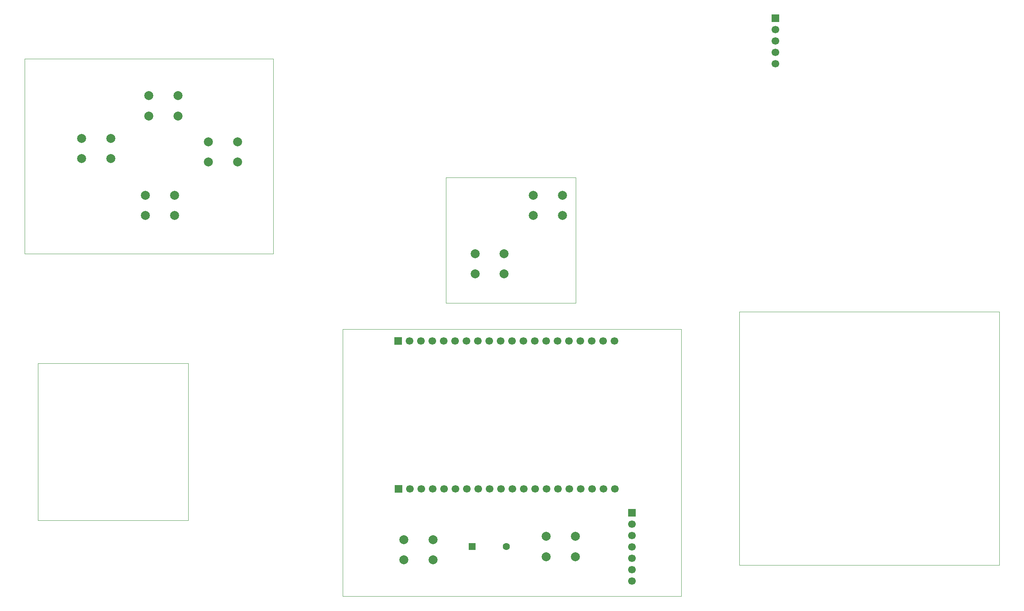
<source format=gbr>
%TF.GenerationSoftware,KiCad,Pcbnew,9.0.1*%
%TF.CreationDate,2025-04-24T14:02:35-07:00*%
%TF.ProjectId,Capstone_1,43617073-746f-46e6-955f-312e6b696361,rev?*%
%TF.SameCoordinates,Original*%
%TF.FileFunction,Copper,L2,Bot*%
%TF.FilePolarity,Positive*%
%FSLAX46Y46*%
G04 Gerber Fmt 4.6, Leading zero omitted, Abs format (unit mm)*
G04 Created by KiCad (PCBNEW 9.0.1) date 2025-04-24 14:02:35*
%MOMM*%
%LPD*%
G01*
G04 APERTURE LIST*
G04 Aperture macros list*
%AMRoundRect*
0 Rectangle with rounded corners*
0 $1 Rounding radius*
0 $2 $3 $4 $5 $6 $7 $8 $9 X,Y pos of 4 corners*
0 Add a 4 corners polygon primitive as box body*
4,1,4,$2,$3,$4,$5,$6,$7,$8,$9,$2,$3,0*
0 Add four circle primitives for the rounded corners*
1,1,$1+$1,$2,$3*
1,1,$1+$1,$4,$5*
1,1,$1+$1,$6,$7*
1,1,$1+$1,$8,$9*
0 Add four rect primitives between the rounded corners*
20,1,$1+$1,$2,$3,$4,$5,0*
20,1,$1+$1,$4,$5,$6,$7,0*
20,1,$1+$1,$6,$7,$8,$9,0*
20,1,$1+$1,$8,$9,$2,$3,0*%
G04 Aperture macros list end*
%TA.AperFunction,ComponentPad*%
%ADD10R,1.700000X1.700000*%
%TD*%
%TA.AperFunction,ComponentPad*%
%ADD11C,1.700000*%
%TD*%
%TA.AperFunction,ComponentPad*%
%ADD12C,2.000000*%
%TD*%
%TA.AperFunction,ComponentPad*%
%ADD13RoundRect,0.250000X-0.550000X-0.550000X0.550000X-0.550000X0.550000X0.550000X-0.550000X0.550000X0*%
%TD*%
%TA.AperFunction,ComponentPad*%
%ADD14C,1.600000*%
%TD*%
%TA.AperFunction,ViaPad*%
%ADD15C,0.600000*%
%TD*%
%TA.AperFunction,Profile*%
%ADD16C,0.050000*%
%TD*%
G04 APERTURE END LIST*
D10*
%TO.P,J4,1,Pin_1*%
%TO.N,unconnected-(J4-Pin_1-Pad1)*%
X133940000Y-135000000D03*
D11*
%TO.P,J4,2,Pin_2*%
%TO.N,unconnected-(J4-Pin_2-Pad2)*%
X136480000Y-135000000D03*
%TO.P,J4,3,Pin_3*%
%TO.N,unconnected-(J4-Pin_3-Pad3)*%
X139020000Y-135000000D03*
%TO.P,J4,4,Pin_4*%
%TO.N,unconnected-(J4-Pin_4-Pad4)*%
X141560000Y-135000000D03*
%TO.P,J4,5,Pin_5*%
%TO.N,unconnected-(J4-Pin_5-Pad5)*%
X144100000Y-135000000D03*
%TO.P,J4,6,Pin_6*%
%TO.N,unconnected-(J4-Pin_6-Pad6)*%
X146640000Y-135000000D03*
%TO.P,J4,7,Pin_7*%
%TO.N,unconnected-(J4-Pin_7-Pad7)*%
X149180000Y-135000000D03*
%TO.P,J4,8,Pin_8*%
%TO.N,unconnected-(J4-Pin_8-Pad8)*%
X151720000Y-135000000D03*
%TO.P,J4,9,Pin_9*%
%TO.N,unconnected-(J4-Pin_9-Pad9)*%
X154260000Y-135000000D03*
%TO.P,J4,10,Pin_10*%
%TO.N,unconnected-(J4-Pin_10-Pad10)*%
X156800000Y-135000000D03*
%TO.P,J4,11,Pin_11*%
%TO.N,unconnected-(J4-Pin_11-Pad11)*%
X159340000Y-135000000D03*
%TO.P,J4,12,Pin_12*%
%TO.N,unconnected-(J4-Pin_12-Pad12)*%
X161880000Y-135000000D03*
%TO.P,J4,13,Pin_13*%
%TO.N,unconnected-(J4-Pin_13-Pad13)*%
X164420000Y-135000000D03*
%TO.P,J4,14,Pin_14*%
%TO.N,unconnected-(J4-Pin_14-Pad14)*%
X166960000Y-135000000D03*
%TO.P,J4,15,Pin_15*%
%TO.N,unconnected-(J4-Pin_15-Pad15)*%
X169500000Y-135000000D03*
%TO.P,J4,16,Pin_16*%
%TO.N,unconnected-(J4-Pin_16-Pad16)*%
X172040000Y-135000000D03*
%TO.P,J4,17,Pin_17*%
%TO.N,unconnected-(J4-Pin_17-Pad17)*%
X174580000Y-135000000D03*
%TO.P,J4,18,Pin_18*%
%TO.N,unconnected-(J4-Pin_18-Pad18)*%
X177120000Y-135000000D03*
%TO.P,J4,19,Pin_19*%
%TO.N,unconnected-(J4-Pin_19-Pad19)*%
X179660000Y-135000000D03*
%TO.P,J4,20,Pin_20*%
%TO.N,unconnected-(J4-Pin_20-Pad20)*%
X182200000Y-135000000D03*
%TD*%
D10*
%TO.P,J3,1,Pin_1*%
%TO.N,unconnected-(J3-Pin_1-Pad1)*%
X133820000Y-102000000D03*
D11*
%TO.P,J3,2,Pin_2*%
%TO.N,unconnected-(J3-Pin_2-Pad2)*%
X136360000Y-102000000D03*
%TO.P,J3,3,Pin_3*%
%TO.N,unconnected-(J3-Pin_3-Pad3)*%
X138900000Y-102000000D03*
%TO.P,J3,4,Pin_4*%
%TO.N,unconnected-(J3-Pin_4-Pad4)*%
X141440000Y-102000000D03*
%TO.P,J3,5,Pin_5*%
%TO.N,unconnected-(J3-Pin_5-Pad5)*%
X143980000Y-102000000D03*
%TO.P,J3,6,Pin_6*%
%TO.N,unconnected-(J3-Pin_6-Pad6)*%
X146520000Y-102000000D03*
%TO.P,J3,7,Pin_7*%
%TO.N,unconnected-(J3-Pin_7-Pad7)*%
X149060000Y-102000000D03*
%TO.P,J3,8,Pin_8*%
%TO.N,unconnected-(J3-Pin_8-Pad8)*%
X151600000Y-102000000D03*
%TO.P,J3,9,Pin_9*%
%TO.N,unconnected-(J3-Pin_9-Pad9)*%
X154140000Y-102000000D03*
%TO.P,J3,10,Pin_10*%
%TO.N,unconnected-(J3-Pin_10-Pad10)*%
X156680000Y-102000000D03*
%TO.P,J3,11,Pin_11*%
%TO.N,unconnected-(J3-Pin_11-Pad11)*%
X159220000Y-102000000D03*
%TO.P,J3,12,Pin_12*%
%TO.N,unconnected-(J3-Pin_12-Pad12)*%
X161760000Y-102000000D03*
%TO.P,J3,13,Pin_13*%
%TO.N,unconnected-(J3-Pin_13-Pad13)*%
X164300000Y-102000000D03*
%TO.P,J3,14,Pin_14*%
%TO.N,unconnected-(J3-Pin_14-Pad14)*%
X166840000Y-102000000D03*
%TO.P,J3,15,Pin_15*%
%TO.N,unconnected-(J3-Pin_15-Pad15)*%
X169380000Y-102000000D03*
%TO.P,J3,16,Pin_16*%
%TO.N,unconnected-(J3-Pin_16-Pad16)*%
X171920000Y-102000000D03*
%TO.P,J3,17,Pin_17*%
%TO.N,unconnected-(J3-Pin_17-Pad17)*%
X174460000Y-102000000D03*
%TO.P,J3,18,Pin_18*%
%TO.N,unconnected-(J3-Pin_18-Pad18)*%
X177000000Y-102000000D03*
%TO.P,J3,19,Pin_19*%
%TO.N,unconnected-(J3-Pin_19-Pad19)*%
X179540000Y-102000000D03*
%TO.P,J3,20,Pin_20*%
%TO.N,unconnected-(J3-Pin_20-Pad20)*%
X182080000Y-102000000D03*
%TD*%
D10*
%TO.P,J1,1,Pin_1*%
%TO.N,unconnected-(J1-Pin_1-Pad1)*%
X218000000Y-29920000D03*
D11*
%TO.P,J1,2,Pin_2*%
%TO.N,unconnected-(J1-Pin_2-Pad2)*%
X218000000Y-32460000D03*
%TO.P,J1,3,Pin_3*%
%TO.N,unconnected-(J1-Pin_3-Pad3)*%
X218000000Y-35000000D03*
%TO.P,J1,4,Pin_4*%
%TO.N,unconnected-(J1-Pin_4-Pad4)*%
X218000000Y-37540000D03*
%TO.P,J1,5,Pin_5*%
%TO.N,unconnected-(J1-Pin_5-Pad5)*%
X218000000Y-40080000D03*
%TD*%
D10*
%TO.P,J2,1,Pin_1*%
%TO.N,unconnected-(J2-Pin_1-Pad1)*%
X186000000Y-140380000D03*
D11*
%TO.P,J2,2,Pin_2*%
%TO.N,unconnected-(J2-Pin_2-Pad2)*%
X186000000Y-142920000D03*
%TO.P,J2,3,Pin_3*%
%TO.N,unconnected-(J2-Pin_3-Pad3)*%
X186000000Y-145460000D03*
%TO.P,J2,4,Pin_4*%
%TO.N,unconnected-(J2-Pin_4-Pad4)*%
X186000000Y-148000000D03*
%TO.P,J2,5,Pin_5*%
%TO.N,unconnected-(J2-Pin_5-Pad5)*%
X186000000Y-150540000D03*
%TO.P,J2,6,Pin_6*%
%TO.N,unconnected-(J2-Pin_6-Pad6)*%
X186000000Y-153080000D03*
%TO.P,J2,7,Pin_7*%
%TO.N,unconnected-(J2-Pin_7-Pad7)*%
X186000000Y-155620000D03*
%TD*%
D12*
%TO.P,SW6,1,1*%
%TO.N,GND*%
X78250000Y-47250000D03*
X84750000Y-47250000D03*
%TO.P,SW6,2,2*%
%TO.N,/B*%
X78250000Y-51750000D03*
X84750000Y-51750000D03*
%TD*%
%TO.P,SW8,1,1*%
%TO.N,GND*%
X164000000Y-69500000D03*
X170500000Y-69500000D03*
%TO.P,SW8,2,2*%
%TO.N,/SELECT*%
X164000000Y-74000000D03*
X170500000Y-74000000D03*
%TD*%
%TO.P,SW1,1,1*%
%TO.N,GND*%
X77500000Y-69500000D03*
X84000000Y-69500000D03*
%TO.P,SW1,2,2*%
%TO.N,/UP*%
X77500000Y-74000000D03*
X84000000Y-74000000D03*
%TD*%
%TO.P,SW7,1,1*%
%TO.N,GND*%
X91500000Y-57500000D03*
X98000000Y-57500000D03*
%TO.P,SW7,2,2*%
%TO.N,/START*%
X91500000Y-62000000D03*
X98000000Y-62000000D03*
%TD*%
%TO.P,SW3,1,1*%
%TO.N,GND*%
X151000000Y-82500000D03*
X157500000Y-82500000D03*
%TO.P,SW3,2,2*%
%TO.N,/DOWN*%
X151000000Y-87000000D03*
X157500000Y-87000000D03*
%TD*%
D13*
%TO.P,SW10,1,A*%
%TO.N,Net-(SW10-A-Pad1)*%
X150355000Y-147892700D03*
D14*
%TO.P,SW10,2,A*%
X157975000Y-147892700D03*
%TD*%
D12*
%TO.P,SW5,1,1*%
%TO.N,GND*%
X135160000Y-146380200D03*
X141660000Y-146380200D03*
%TO.P,SW5,2,2*%
%TO.N,/A*%
X135160000Y-150880200D03*
X141660000Y-150880200D03*
%TD*%
%TO.P,SW2,1,1*%
%TO.N,GND*%
X63250000Y-56750000D03*
X69750000Y-56750000D03*
%TO.P,SW2,2,2*%
%TO.N,/LEFT*%
X63250000Y-61250000D03*
X69750000Y-61250000D03*
%TD*%
%TO.P,SW4,1,1*%
%TO.N,GND*%
X166910000Y-145630200D03*
X173410000Y-145630200D03*
%TO.P,SW4,2,2*%
%TO.N,/RIGHT*%
X166910000Y-150130200D03*
X173410000Y-150130200D03*
%TD*%
D15*
%TO.N,unconnected-(J2-Pin_5-Pad5)*%
X186000000Y-150000000D03*
%TO.N,unconnected-(J2-Pin_4-Pad4)*%
X186000000Y-148000000D03*
%TO.N,unconnected-(J2-Pin_3-Pad3)*%
X186000000Y-145500000D03*
%TD*%
D16*
X210000000Y-95500000D02*
X268000000Y-95500000D01*
X268000000Y-152000000D01*
X210000000Y-152000000D01*
X210000000Y-95500000D01*
X53500000Y-107000000D02*
X87000000Y-107000000D01*
X87000000Y-142000000D01*
X53500000Y-142000000D01*
X53500000Y-107000000D01*
X144500000Y-65500000D02*
X173500000Y-65500000D01*
X173500000Y-93500000D01*
X144500000Y-93500000D01*
X144500000Y-65500000D01*
X50500000Y-39000000D02*
X106000000Y-39000000D01*
X106000000Y-82500000D01*
X50500000Y-82500000D01*
X50500000Y-39000000D01*
X121500000Y-99380200D02*
X197000000Y-99380200D01*
X197000000Y-159000000D01*
X121500000Y-159000000D01*
X121500000Y-99380200D01*
M02*

</source>
